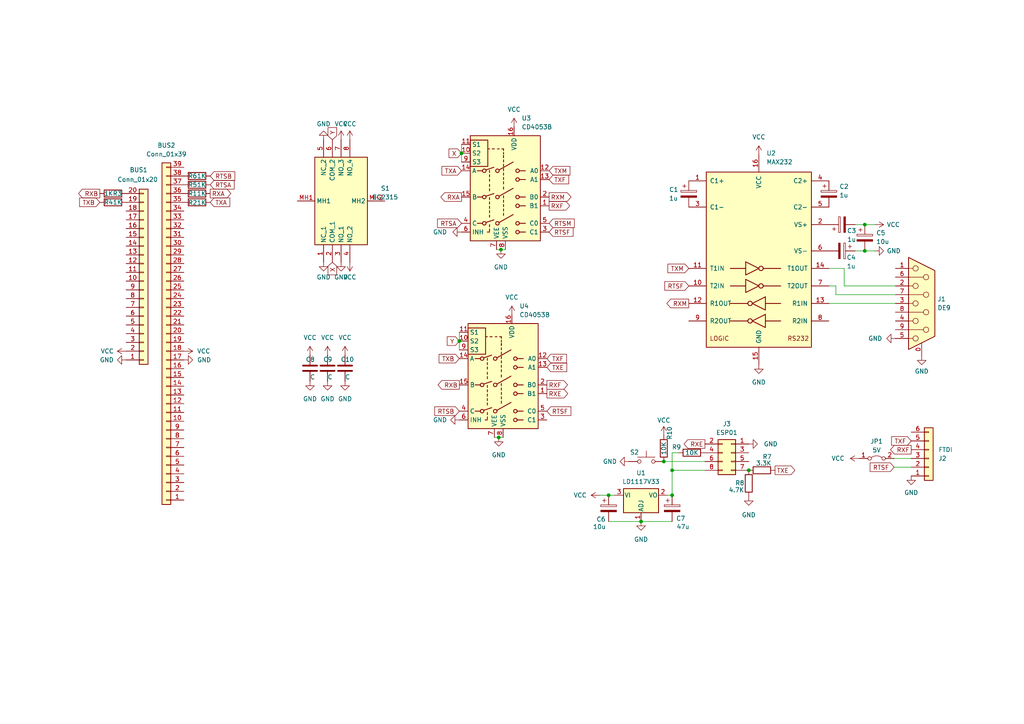
<source format=kicad_sch>
(kicad_sch (version 20230121) (generator eeschema)
  (paper "A4")
  (lib_symbols
    (symbol "Analog_Switch:CD4053B"
      (property "Reference" "U" (at -10.16 16.51 0))
      (property "Value" "CD4053B" (at 3.81 16.51 0))
      (symbol "CD4053B_1_1"
        (pin bidirectional line (at 12.7 -5.08 180) (length 2.54) (name "B1") (number "1"))
        (pin input line (at -12.7 10.16 0) (length 2.54) (name "S2") (number "10"))
        (pin input line (at -12.7 12.7 0) (length 2.54) (name "S1") (number "11"))
        (pin bidirectional line (at 12.7 5.08 180) (length 2.54) (name "A0") (number "12"))
        (pin bidirectional line (at 12.7 2.54 180) (length 2.54) (name "A1") (number "13"))
        (pin bidirectional line (at -12.7 5.08 0) (length 2.54) (name "A") (number "14"))
        (pin bidirectional line (at -12.7 -2.54 0) (length 2.54) (name "B") (number "15"))
        (pin power_in line (at 2.54 17.78 270) (length 2.54) (name "VDD") (number "16"))
        (pin bidirectional line (at 12.7 -2.54 180) (length 2.54) (name "B0") (number "2"))
        (pin bidirectional line (at 12.7 -12.7 180) (length 2.54) (name "C1") (number "3"))
        (pin bidirectional line (at -12.7 -10.16 0) (length 2.54) (name "C") (number "4"))
        (pin bidirectional line (at 12.7 -10.16 180) (length 2.54) (name "C0") (number "5"))
        (pin input line (at -12.7 -12.7 0) (length 2.54) (name "INH") (number "6"))
        (pin power_in line (at -2.54 -17.78 90) (length 2.54) (name "VEE") (number "7"))
        (pin power_in line (at 0 -17.78 90) (length 2.54) (name "VSS") (number "8"))
        (pin input line (at -12.7 7.62 0) (length 2.54) (name "S3") (number "9"))
      )
    )
    (symbol "Connector:DE9_Receptacle_MountingHoles" (pin_names (offset 1.016) hide)
      (property "Reference" "J" (at 0 16.51 0))
      (property "Value" "DE9_Receptacle_MountingHoles" (at 0 14.605 0))
      (symbol "DE9_Receptacle_MountingHoles_1_1"
        (pin passive line (at 0 -15.24 90) (length 3.81) (name "PAD") (number "0"))
        (pin passive line (at -7.62 10.16 0) (length 3.81) (name "1") (number "1"))
        (pin passive line (at -7.62 5.08 0) (length 3.81) (name "2") (number "2"))
        (pin passive line (at -7.62 0 0) (length 3.81) (name "3") (number "3"))
        (pin passive line (at -7.62 -5.08 0) (length 3.81) (name "4") (number "4"))
        (pin passive line (at -7.62 -10.16 0) (length 3.81) (name "5") (number "5"))
        (pin passive line (at -7.62 7.62 0) (length 3.81) (name "6") (number "6"))
        (pin passive line (at -7.62 2.54 0) (length 3.81) (name "7") (number "7"))
        (pin passive line (at -7.62 -2.54 0) (length 3.81) (name "8") (number "8"))
        (pin passive line (at -7.62 -7.62 0) (length 3.81) (name "9") (number "9"))
      )
    )
    (symbol "Connector_Generic:Conn_01x06" (pin_names (offset 1.016) hide)
      (property "Reference" "J" (at 0 7.62 0))
      (property "Value" "Conn_01x06" (at 0 -10.16 0))
      (symbol "Conn_01x06_1_1"
        (pin passive line (at -5.08 5.08 0) (length 3.81) (name "Pin_1") (number "1"))
        (pin passive line (at -5.08 2.54 0) (length 3.81) (name "Pin_2") (number "2"))
        (pin passive line (at -5.08 0 0) (length 3.81) (name "Pin_3") (number "3"))
        (pin passive line (at -5.08 -2.54 0) (length 3.81) (name "Pin_4") (number "4"))
        (pin passive line (at -5.08 -5.08 0) (length 3.81) (name "Pin_5") (number "5"))
        (pin passive line (at -5.08 -7.62 0) (length 3.81) (name "Pin_6") (number "6"))
      )
    )
    (symbol "Connector_Generic:Conn_01x20" (pin_names (offset 1.016) hide)
      (property "Reference" "J" (at 0 25.4 0))
      (property "Value" "Conn_01x20" (at 0 -27.94 0))
      (symbol "Conn_01x20_1_1"
        (pin passive line (at -5.08 22.86 0) (length 3.81) (name "Pin_1") (number "1"))
        (pin passive line (at -5.08 0 0) (length 3.81) (name "Pin_10") (number "10"))
        (pin passive line (at -5.08 -2.54 0) (length 3.81) (name "Pin_11") (number "11"))
        (pin passive line (at -5.08 -5.08 0) (length 3.81) (name "Pin_12") (number "12"))
        (pin passive line (at -5.08 -7.62 0) (length 3.81) (name "Pin_13") (number "13"))
        (pin passive line (at -5.08 -10.16 0) (length 3.81) (name "Pin_14") (number "14"))
        (pin passive line (at -5.08 -12.7 0) (length 3.81) (name "Pin_15") (number "15"))
        (pin passive line (at -5.08 -15.24 0) (length 3.81) (name "Pin_16") (number "16"))
        (pin passive line (at -5.08 -17.78 0) (length 3.81) (name "Pin_17") (number "17"))
        (pin passive line (at -5.08 -20.32 0) (length 3.81) (name "Pin_18") (number "18"))
        (pin passive line (at -5.08 -22.86 0) (length 3.81) (name "Pin_19") (number "19"))
        (pin passive line (at -5.08 20.32 0) (length 3.81) (name "Pin_2") (number "2"))
        (pin passive line (at -5.08 -25.4 0) (length 3.81) (name "Pin_20") (number "20"))
        (pin passive line (at -5.08 17.78 0) (length 3.81) (name "Pin_3") (number "3"))
        (pin passive line (at -5.08 15.24 0) (length 3.81) (name "Pin_4") (number "4"))
        (pin passive line (at -5.08 12.7 0) (length 3.81) (name "Pin_5") (number "5"))
        (pin passive line (at -5.08 10.16 0) (length 3.81) (name "Pin_6") (number "6"))
        (pin passive line (at -5.08 7.62 0) (length 3.81) (name "Pin_7") (number "7"))
        (pin passive line (at -5.08 5.08 0) (length 3.81) (name "Pin_8") (number "8"))
        (pin passive line (at -5.08 2.54 0) (length 3.81) (name "Pin_9") (number "9"))
      )
    )
    (symbol "Connector_Generic:Conn_01x39" (pin_names (offset 1.016) hide)
      (property "Reference" "J" (at 0 50.8 0))
      (property "Value" "Conn_01x39" (at 0 -50.8 0))
      (symbol "Conn_01x39_1_1"
        (pin passive line (at -5.08 48.26 0) (length 3.81) (name "Pin_1") (number "1"))
        (pin passive line (at -5.08 25.4 0) (length 3.81) (name "Pin_10") (number "10"))
        (pin passive line (at -5.08 22.86 0) (length 3.81) (name "Pin_11") (number "11"))
        (pin passive line (at -5.08 20.32 0) (length 3.81) (name "Pin_12") (number "12"))
        (pin passive line (at -5.08 17.78 0) (length 3.81) (name "Pin_13") (number "13"))
        (pin passive line (at -5.08 15.24 0) (length 3.81) (name "Pin_14") (number "14"))
        (pin passive line (at -5.08 12.7 0) (length 3.81) (name "Pin_15") (number "15"))
        (pin passive line (at -5.08 10.16 0) (length 3.81) (name "Pin_16") (number "16"))
        (pin passive line (at -5.08 7.62 0) (length 3.81) (name "Pin_17") (number "17"))
        (pin passive line (at -5.08 5.08 0) (length 3.81) (name "Pin_18") (number "18"))
        (pin passive line (at -5.08 2.54 0) (length 3.81) (name "Pin_19") (number "19"))
        (pin passive line (at -5.08 45.72 0) (length 3.81) (name "Pin_2") (number "2"))
        (pin passive line (at -5.08 0 0) (length 3.81) (name "Pin_20") (number "20"))
        (pin passive line (at -5.08 -2.54 0) (length 3.81) (name "Pin_21") (number "21"))
        (pin passive line (at -5.08 -5.08 0) (length 3.81) (name "Pin_22") (number "22"))
        (pin passive line (at -5.08 -7.62 0) (length 3.81) (name "Pin_23") (number "23"))
        (pin passive line (at -5.08 -10.16 0) (length 3.81) (name "Pin_24") (number "24"))
        (pin passive line (at -5.08 -12.7 0) (length 3.81) (name "Pin_25") (number "25"))
        (pin passive line (at -5.08 -15.24 0) (length 3.81) (name "Pin_26") (number "26"))
        (pin passive line (at -5.08 -17.78 0) (length 3.81) (name "Pin_27") (number "27"))
        (pin passive line (at -5.08 -20.32 0) (length 3.81) (name "Pin_28") (number "28"))
        (pin passive line (at -5.08 -22.86 0) (length 3.81) (name "Pin_29") (number "29"))
        (pin passive line (at -5.08 43.18 0) (length 3.81) (name "Pin_3") (number "3"))
        (pin passive line (at -5.08 -25.4 0) (length 3.81) (name "Pin_30") (number "30"))
        (pin passive line (at -5.08 -27.94 0) (length 3.81) (name "Pin_31") (number "31"))
        (pin passive line (at -5.08 -30.48 0) (length 3.81) (name "Pin_32") (number "32"))
        (pin passive line (at -5.08 -33.02 0) (length 3.81) (name "Pin_33") (number "33"))
        (pin passive line (at -5.08 -35.56 0) (length 3.81) (name "Pin_34") (number "34"))
        (pin passive line (at -5.08 -38.1 0) (length 3.81) (name "Pin_35") (number "35"))
        (pin passive line (at -5.08 -40.64 0) (length 3.81) (name "Pin_36") (number "36"))
        (pin passive line (at -5.08 -43.18 0) (length 3.81) (name "Pin_37") (number "37"))
        (pin passive line (at -5.08 -45.72 0) (length 3.81) (name "Pin_38") (number "38"))
        (pin passive line (at -5.08 -48.26 0) (length 3.81) (name "Pin_39") (number "39"))
        (pin passive line (at -5.08 40.64 0) (length 3.81) (name "Pin_4") (number "4"))
        (pin passive line (at -5.08 38.1 0) (length 3.81) (name "Pin_5") (number "5"))
        (pin passive line (at -5.08 35.56 0) (length 3.81) (name "Pin_6") (number "6"))
        (pin passive line (at -5.08 33.02 0) (length 3.81) (name "Pin_7") (number "7"))
        (pin passive line (at -5.08 30.48 0) (length 3.81) (name "Pin_8") (number "8"))
        (pin passive line (at -5.08 27.94 0) (length 3.81) (name "Pin_9") (number "9"))
      )
    )
    (symbol "Connector_Generic:Conn_02x04_Odd_Even" (pin_names (offset 1.016) hide)
      (property "Reference" "J" (at 1.27 5.08 0))
      (property "Value" "Conn_02x04_Odd_Even" (at 1.27 -7.62 0))
      (symbol "Conn_02x04_Odd_Even_1_1"
        (pin passive line (at -5.08 2.54 0) (length 3.81) (name "Pin_1") (number "1"))
        (pin passive line (at 7.62 2.54 180) (length 3.81) (name "Pin_2") (number "2"))
        (pin passive line (at -5.08 0 0) (length 3.81) (name "Pin_3") (number "3"))
        (pin passive line (at 7.62 0 180) (length 3.81) (name "Pin_4") (number "4"))
        (pin passive line (at -5.08 -2.54 0) (length 3.81) (name "Pin_5") (number "5"))
        (pin passive line (at 7.62 -2.54 180) (length 3.81) (name "Pin_6") (number "6"))
        (pin passive line (at -5.08 -5.08 0) (length 3.81) (name "Pin_7") (number "7"))
        (pin passive line (at 7.62 -5.08 180) (length 3.81) (name "Pin_8") (number "8"))
      )
    )
    (symbol "Device:C" (pin_numbers hide) (pin_names (offset 0.254))
      (property "Reference" "C" (at 0.635 2.54 0))
      (property "Value" "C" (at 0.635 -2.54 0))
      (symbol "C_1_1"
        (pin passive line (at 0 3.81 270) (length 2.794) (name "~") (number "1"))
        (pin passive line (at 0 -3.81 90) (length 2.794) (name "~") (number "2"))
      )
    )
    (symbol "Device:C_Polarized" (pin_numbers hide) (pin_names (offset 0.254))
      (property "Reference" "C" (at 0.635 2.54 0))
      (property "Value" "C_Polarized" (at 0.635 -2.54 0))
      (symbol "C_Polarized_1_1"
        (pin passive line (at 0 3.81 270) (length 2.794) (name "~") (number "1"))
        (pin passive line (at 0 -3.81 90) (length 2.794) (name "~") (number "2"))
      )
    )
    (symbol "Device:R" (pin_numbers hide) (pin_names (offset 0))
      (property "Reference" "R" (at 2.032 0 90))
      (property "Value" "R" (at 0 0 90))
      (symbol "R_1_1"
        (pin passive line (at 0 3.81 270) (length 1.27) (name "~") (number "1"))
        (pin passive line (at 0 -3.81 90) (length 1.27) (name "~") (number "2"))
      )
    )
    (symbol "EG2315:EG2315"
      (property "Reference" "S" (at 21.59 17.78 0))
      (property "Value" "EG2315" (at 21.59 15.24 0))
      (symbol "EG2315_1_1"
        (pin passive line (at 7.62 -17.78 90) (length 5.08) (name "NC_1") (number "1"))
        (pin passive line (at 10.16 -17.78 90) (length 5.08) (name "COM_1") (number "2"))
        (pin passive line (at 12.7 -17.78 90) (length 5.08) (name "NO_1") (number "3"))
        (pin passive line (at 15.24 -17.78 90) (length 5.08) (name "NO_2") (number "4"))
        (pin passive line (at 7.62 17.78 270) (length 5.08) (name "NC_2") (number "5"))
        (pin passive line (at 10.16 17.78 270) (length 5.08) (name "COM_2") (number "6"))
        (pin passive line (at 12.7 17.78 270) (length 5.08) (name "NO_3") (number "7"))
        (pin passive line (at 15.24 17.78 270) (length 5.08) (name "NO_4") (number "8"))
        (pin passive line (at 0 0 0) (length 5.08) (name "MH1") (number "MH1"))
        (pin passive line (at 25.4 0 180) (length 5.08) (name "MH2") (number "MH2"))
      )
    )
    (symbol "GND_1" (power) (pin_names (offset 0))
      (property "Value" "GND_1" (at 0 -3.81 0))
      (symbol "GND_1_1_1"
        (pin power_in line (at 0 0 270) (length 0) hide (name "GND") (number "1"))
      )
    )
    (symbol "GND_10" (power) (pin_names (offset 0))
      (property "Value" "GND_10" (at 0 -3.81 0))
      (symbol "GND_10_1_1"
        (pin power_in line (at 0 0 270) (length 0) hide (name "GND") (number "1"))
      )
    )
    (symbol "GND_14" (power) (pin_names (offset 0))
      (property "Value" "GND_14" (at 0 -3.81 0))
      (symbol "GND_14_1_1"
        (pin power_in line (at 0 0 270) (length 0) hide (name "GND") (number "1"))
      )
    )
    (symbol "GND_15" (power) (pin_names (offset 0))
      (property "Value" "GND_15" (at 0 -3.81 0))
      (symbol "GND_15_1_1"
        (pin power_in line (at 0 0 270) (length 0) hide (name "GND") (number "1"))
      )
    )
    (symbol "GND_16" (power) (pin_names (offset 0))
      (property "Value" "GND_16" (at 0 -3.81 0))
      (symbol "GND_16_1_1"
        (pin power_in line (at 0 0 270) (length 0) hide (name "GND") (number "1"))
      )
    )
    (symbol "GND_2" (power) (pin_names (offset 0))
      (property "Value" "GND_2" (at 0 -3.81 0))
      (symbol "GND_2_1_1"
        (pin power_in line (at 0 0 270) (length 0) hide (name "GND") (number "1"))
      )
    )
    (symbol "GND_3" (power) (pin_names (offset 0))
      (property "Value" "GND_3" (at 0 -3.81 0))
      (symbol "GND_3_1_1"
        (pin power_in line (at 0 0 270) (length 0) hide (name "GND") (number "1"))
      )
    )
    (symbol "GND_4" (power) (pin_names (offset 0))
      (property "Value" "GND_4" (at 0 -3.81 0))
      (symbol "GND_4_1_1"
        (pin power_in line (at 0 0 270) (length 0) hide (name "GND") (number "1"))
      )
    )
    (symbol "GND_5" (power) (pin_names (offset 0))
      (property "Value" "GND_5" (at 0 -3.81 0))
      (symbol "GND_5_1_1"
        (pin power_in line (at 0 0 270) (length 0) hide (name "GND") (number "1"))
      )
    )
    (symbol "GND_6" (power) (pin_names (offset 0))
      (property "Value" "GND_6" (at 0 -3.81 0))
      (symbol "GND_6_1_1"
        (pin power_in line (at 0 0 270) (length 0) hide (name "GND") (number "1"))
      )
    )
    (symbol "GND_7" (power) (pin_names (offset 0))
      (property "Value" "GND_7" (at 0 -3.81 0))
      (symbol "GND_7_1_1"
        (pin power_in line (at 0 0 270) (length 0) hide (name "GND") (number "1"))
      )
    )
    (symbol "GND_8" (power) (pin_names (offset 0))
      (property "Value" "GND_8" (at 0 -3.81 0))
      (symbol "GND_8_1_1"
        (pin power_in line (at 0 0 270) (length 0) hide (name "GND") (number "1"))
      )
    )
    (symbol "GND_9" (power) (pin_names (offset 0))
      (property "Value" "GND_9" (at 0 -3.81 0))
      (symbol "GND_9_1_1"
        (pin power_in line (at 0 0 270) (length 0) hide (name "GND") (number "1"))
      )
    )
    (symbol "Interface_UART:MAX232" (pin_names (offset 1.016))
      (property "Reference" "U" (at -2.54 28.575 0))
      (property "Value" "MAX232" (at -2.54 26.67 0))
      (symbol "MAX232_0_0"
        (text "LOGIC" (at -11.43 -22.86 0) (effects (font (size 1.27 1.27))))
        (text "RS232" (at 11.43 -22.86 0) (effects (font (size 1.27 1.27))))
      )
      (symbol "MAX232_1_1"
        (pin passive line (at -20.32 22.86 0) (length 5.08) (name "C1+") (number "1"))
        (pin input line (at -20.32 -7.62 0) (length 5.08) (name "T2IN") (number "10"))
        (pin input line (at -20.32 -2.54 0) (length 5.08) (name "T1IN") (number "11"))
        (pin output line (at -20.32 -12.7 0) (length 5.08) (name "R1OUT") (number "12"))
        (pin input line (at 20.32 -12.7 180) (length 5.08) (name "R1IN") (number "13"))
        (pin output line (at 20.32 -2.54 180) (length 5.08) (name "T1OUT") (number "14"))
        (pin power_in line (at 0 -30.48 90) (length 5.08) (name "GND") (number "15"))
        (pin power_in line (at 0 30.48 270) (length 5.08) (name "VCC") (number "16"))
        (pin power_out line (at 20.32 10.16 180) (length 5.08) (name "VS+") (number "2"))
        (pin passive line (at -20.32 15.24 0) (length 5.08) (name "C1-") (number "3"))
        (pin passive line (at 20.32 22.86 180) (length 5.08) (name "C2+") (number "4"))
        (pin passive line (at 20.32 15.24 180) (length 5.08) (name "C2-") (number "5"))
        (pin power_out line (at 20.32 2.54 180) (length 5.08) (name "VS-") (number "6"))
        (pin output line (at 20.32 -7.62 180) (length 5.08) (name "T2OUT") (number "7"))
        (pin input line (at 20.32 -17.78 180) (length 5.08) (name "R2IN") (number "8"))
        (pin output line (at -20.32 -17.78 0) (length 5.08) (name "R2OUT") (number "9"))
      )
    )
    (symbol "Jumper:Jumper_2_Bridged" (pin_names (offset 0) hide)
      (property "Reference" "JP" (at 0 1.905 0))
      (property "Value" "Jumper_2_Bridged" (at 0 -2.54 0))
      (symbol "Jumper_2_Bridged_1_1"
        (pin passive line (at -5.08 0 0) (length 2.54) (name "A") (number "1"))
        (pin passive line (at 5.08 0 180) (length 2.54) (name "B") (number "2"))
      )
    )
    (symbol "Regulator_Linear:LM350_TO220" (pin_names (offset 0.254))
      (property "Reference" "U" (at -3.81 3.175 0))
      (property "Value" "LM350_TO220" (at 0 3.175 0))
      (symbol "LM350_TO220_1_1"
        (pin input line (at 0 -7.62 90) (length 2.54) (name "ADJ") (number "1"))
        (pin power_out line (at 7.62 0 180) (length 2.54) (name "VO") (number "2"))
        (pin power_in line (at -7.62 0 0) (length 2.54) (name "VI") (number "3"))
      )
    )
    (symbol "Switch:SW_Push" (pin_numbers hide) (pin_names (offset 1.016) hide)
      (property "Reference" "SW" (at 1.27 2.54 0))
      (property "Value" "SW_Push" (at 0 -1.524 0))
      (symbol "SW_Push_0_1"
        (pin passive line (at -5.08 0 0) (length 2.54) (name "1") (number "1"))
        (pin passive line (at 5.08 0 180) (length 2.54) (name "2") (number "2"))
      )
    )
    (symbol "VCC_1" (power) (pin_names (offset 0))
      (property "Value" "VCC_1" (at 0 3.81 0))
      (symbol "VCC_1_1_1"
        (pin power_in line (at 0 0 90) (length 0) hide (name "VCC") (number "1"))
      )
    )
    (symbol "VCC_10" (power) (pin_names (offset 0))
      (property "Value" "VCC_10" (at 0 3.81 0))
      (symbol "VCC_10_1_1"
        (pin power_in line (at 0 0 90) (length 0) hide (name "VCC") (number "1"))
      )
    )
    (symbol "VCC_11" (power) (pin_names (offset 0))
      (property "Value" "VCC_11" (at 0 3.81 0))
      (symbol "VCC_11_1_1"
        (pin power_in line (at 0 0 90) (length 0) hide (name "VCC") (number "1"))
      )
    )
    (symbol "VCC_12" (power) (pin_names (offset 0))
      (property "Value" "VCC_12" (at 0 3.81 0))
      (symbol "VCC_12_1_1"
        (pin power_in line (at 0 0 90) (length 0) hide (name "VCC") (number "1"))
      )
    )
    (symbol "VCC_2" (power) (pin_names (offset 0))
      (property "Value" "VCC_2" (at 0 3.81 0))
      (symbol "VCC_2_1_1"
        (pin power_in line (at 0 0 90) (length 0) hide (name "VCC") (number "1"))
      )
    )
    (symbol "VCC_3" (power) (pin_names (offset 0))
      (property "Value" "VCC_3" (at 0 3.81 0))
      (symbol "VCC_3_1_1"
        (pin power_in line (at 0 0 90) (length 0) hide (name "VCC") (number "1"))
      )
    )
    (symbol "VCC_4" (power) (pin_names (offset 0))
      (property "Value" "VCC_4" (at 0 3.81 0))
      (symbol "VCC_4_1_1"
        (pin power_in line (at 0 0 90) (length 0) hide (name "VCC") (number "1"))
      )
    )
    (symbol "VCC_5" (power) (pin_names (offset 0))
      (property "Value" "VCC_5" (at 0 3.81 0))
      (symbol "VCC_5_1_1"
        (pin power_in line (at 0 0 90) (length 0) hide (name "VCC") (number "1"))
      )
    )
    (symbol "VCC_9" (power) (pin_names (offset 0))
      (property "Value" "VCC_9" (at 0 3.81 0))
      (symbol "VCC_9_1_1"
        (pin power_in line (at 0 0 90) (length 0) hide (name "VCC") (number "1"))
      )
    )
    (symbol "power:GND" (power) (pin_names (offset 0))
      (property "Value" "GND" (at 0 -3.81 0))
      (symbol "GND_1_1"
        (pin power_in line (at 0 0 270) (length 0) hide (name "GND") (number "1"))
      )
    )
    (symbol "power:VCC" (power) (pin_names (offset 0))
      (property "Value" "VCC" (at 0 3.81 0))
      (symbol "VCC_1_1"
        (pin power_in line (at 0 0 90) (length 0) hide (name "VCC") (number "1"))
      )
    )
  )
  (junction (at 194.945 136.398))
  (junction (at 144.653 126.873))
  (junction (at 194.945 143.637))
  (junction (at 217.17 136.398))
  (junction (at 176.53 143.637))
  (junction (at 192.532 133.858))
  (junction (at 145.288 72.39))
  (junction (at 250.825 65.151))
  (junction (at 133.858 44.45))
  (junction (at 185.928 151.257))
  (junction (at 250.825 72.771))
  (junction (at 133.223 98.933))
  (wire (pts (xy 196.85 131.318) (xy 194.945 131.318)))
  (wire (pts (xy 244.856 82.931) (xy 259.715 82.931)))
  (wire (pts (xy 240.411 88.011) (xy 259.715 88.011)))
  (wire (pts (xy 194.945 136.398) (xy 204.47 136.398)))
  (wire (pts (xy 244.856 77.851) (xy 244.856 82.931)))
  (wire (pts (xy 259.715 85.471) (xy 242.443 85.471)))
  (wire (pts (xy 194.945 136.398) (xy 194.945 143.637)))
  (wire (pts (xy 242.443 85.471) (xy 242.443 82.931)))
  (wire (pts (xy 173.99 143.637) (xy 176.53 143.637)))
  (wire (pts (xy 176.53 143.637) (xy 178.308 143.637)))
  (wire (pts (xy 145.288 72.39) (xy 146.558 72.39)))
  (wire (pts (xy 176.53 151.257) (xy 185.928 151.257)))
  (wire (pts (xy 133.223 98.933) (xy 133.223 101.473)))
  (wire (pts (xy 144.653 126.873) (xy 145.923 126.873)))
  (wire (pts (xy 192.532 133.858) (xy 204.47 133.858)))
  (wire (pts (xy 194.945 131.318) (xy 194.945 136.398)))
  (wire (pts (xy 145.288 72.39) (xy 144.018 72.39)))
  (wire (pts (xy 259.334 132.969) (xy 264.287 132.969)))
  (wire (pts (xy 133.858 44.45) (xy 133.858 46.99)))
  (wire (pts (xy 240.411 77.851) (xy 244.856 77.851)))
  (wire (pts (xy 194.945 143.637) (xy 193.548 143.637)))
  (wire (pts (xy 133.858 41.91) (xy 133.858 44.45)))
  (wire (pts (xy 259.334 135.509) (xy 264.287 135.509)))
  (wire (pts (xy 133.223 96.393) (xy 133.223 98.933)))
  (wire (pts (xy 143.383 126.873) (xy 144.653 126.873)))
  (wire (pts (xy 248.031 72.771) (xy 250.825 72.771)))
  (wire (pts (xy 248.031 65.151) (xy 250.825 65.151)))
  (wire (pts (xy 250.825 72.771) (xy 253.746 72.771)))
  (wire (pts (xy 185.928 151.257) (xy 194.945 151.257)))
  (wire (pts (xy 242.443 82.931) (xy 240.411 82.931)))
  (wire (pts (xy 250.825 65.151) (xy 253.746 65.151)))
  (global_label "TXE" (shape output) (at 224.79 136.398 0) (property "Intersheetrefs" "${INTERSHEET_REFS}" (effects hide)))
  (global_label "TXB" (shape input) (at 133.223 104.013 180) (property "Intersheetrefs" "${INTERSHEET_REFS}" (effects hide)))
  (global_label "TXB" (shape input) (at 28.956 58.674 180) (property "Intersheetrefs" "${INTERSHEET_REFS}" (effects hide)))
  (global_label "X" (shape input) (at 133.858 44.45 180) (property "Intersheetrefs" "${INTERSHEET_REFS}" (effects hide)))
  (global_label "Y" (shape input) (at 96.393 40.513 90) (property "Intersheetrefs" "${INTERSHEET_REFS}" (effects hide)))
  (global_label "RTSF" (shape input) (at 199.771 82.931 180) (property "Intersheetrefs" "${INTERSHEET_REFS}" (effects hide)))
  (global_label "RXA" (shape output) (at 133.858 57.15 180) (property "Intersheetrefs" "${INTERSHEET_REFS}" (effects hide)))
  (global_label "TXA" (shape input) (at 60.96 58.674 0) (property "Intersheetrefs" "${INTERSHEET_REFS}" (effects hide)))
  (global_label "TXA" (shape input) (at 133.858 49.53 180) (property "Intersheetrefs" "${INTERSHEET_REFS}" (effects hide)))
  (global_label "RTSB" (shape input) (at 60.96 51.054 0) (property "Intersheetrefs" "${INTERSHEET_REFS}" (effects hide)))
  (global_label "TXF" (shape input) (at 264.287 127.889 180) (property "Intersheetrefs" "${INTERSHEET_REFS}" (effects hide)))
  (global_label "RXF" (shape output) (at 158.623 111.633 0) (property "Intersheetrefs" "${INTERSHEET_REFS}" (effects hide)))
  (global_label "RTSA" (shape input) (at 60.96 53.594 0) (property "Intersheetrefs" "${INTERSHEET_REFS}" (effects hide)))
  (global_label "RXF" (shape output) (at 159.258 59.69 0) (property "Intersheetrefs" "${INTERSHEET_REFS}" (effects hide)))
  (global_label "TXF" (shape input) (at 158.623 104.013 0) (property "Intersheetrefs" "${INTERSHEET_REFS}" (effects hide)))
  (global_label "RTSB" (shape input) (at 133.223 119.253 180) (property "Intersheetrefs" "${INTERSHEET_REFS}" (effects hide)))
  (global_label "RTSM" (shape input) (at 159.258 64.77 0) (property "Intersheetrefs" "${INTERSHEET_REFS}" (effects hide)))
  (global_label "RTSF" (shape input) (at 158.623 119.253 0) (property "Intersheetrefs" "${INTERSHEET_REFS}" (effects hide)))
  (global_label "RXM" (shape output) (at 159.258 57.15 0) (property "Intersheetrefs" "${INTERSHEET_REFS}" (effects hide)))
  (global_label "RXB" (shape output) (at 133.223 111.633 180) (property "Intersheetrefs" "${INTERSHEET_REFS}" (effects hide)))
  (global_label "RXF" (shape output) (at 264.287 130.429 180) (property "Intersheetrefs" "${INTERSHEET_REFS}" (effects hide)))
  (global_label "TXF" (shape input) (at 159.258 52.07 0) (property "Intersheetrefs" "${INTERSHEET_REFS}" (effects hide)))
  (global_label "X" (shape input) (at 96.393 76.073 270) (property "Intersheetrefs" "${INTERSHEET_REFS}" (effects hide)))
  (global_label "Y" (shape input) (at 133.223 98.933 180) (property "Intersheetrefs" "${INTERSHEET_REFS}" (effects hide)))
  (global_label "RXE" (shape output) (at 158.623 114.173 0) (property "Intersheetrefs" "${INTERSHEET_REFS}" (effects hide)))
  (global_label "RTSF" (shape input) (at 159.258 67.31 0) (property "Intersheetrefs" "${INTERSHEET_REFS}" (effects hide)))
  (global_label "RXB" (shape output) (at 28.956 56.134 180) (property "Intersheetrefs" "${INTERSHEET_REFS}" (effects hide)))
  (global_label "RXE" (shape output) (at 204.47 128.778 180) (property "Intersheetrefs" "${INTERSHEET_REFS}" (effects hide)))
  (global_label "RXA" (shape output) (at 60.96 56.134 0) (property "Intersheetrefs" "${INTERSHEET_REFS}" (effects hide)))
  (global_label "RTSA" (shape input) (at 133.858 64.77 180) (property "Intersheetrefs" "${INTERSHEET_REFS}" (effects hide)))
  (global_label "TXE" (shape input) (at 158.623 106.553 0) (property "Intersheetrefs" "${INTERSHEET_REFS}" (effects hide)))
  (global_label "RXM" (shape output) (at 199.771 88.011 180) (property "Intersheetrefs" "${INTERSHEET_REFS}" (effects hide)))
  (global_label "TXM" (shape input) (at 199.771 77.851 180) (property "Intersheetrefs" "${INTERSHEET_REFS}" (effects hide)))
  (global_label "RTSF" (shape input) (at 259.334 135.509 180) (property "Intersheetrefs" "${INTERSHEET_REFS}" (effects hide)))
  (global_label "TXM" (shape input) (at 159.258 49.53 0) (property "Intersheetrefs" "${INTERSHEET_REFS}" (effects hide)))
  (symbol (lib_id "Device:R") (at 192.532 130.048 0) (unit 1)
    (property "Reference" "R10" (at 194.183 125.603 90))
    (property "Value" "10K" (at 192.532 130.048 90))
    (property "Footprint" "Resistor_THT:R_Axial_DIN0207_L6.3mm_D2.5mm_P10.16mm_Horizontal" (effects hide))
  )
  (symbol (lib_id "Device:R") (at 57.15 56.134 90) (unit 1)
    (property "Reference" "R1" (at 55.88 56.134 90))
    (property "Value" "1K" (at 58.42 56.134 90))
    (property "Footprint" "Resistor_THT:R_Axial_DIN0207_L6.3mm_D2.5mm_P10.16mm_Horizontal" (effects hide))
  )
  (symbol (lib_name "VCC_5") (lib_id "power:VCC") (at 148.463 91.313 0) (unit 1)
    (property "Reference" "#PWR019" (effects hide))
    (property "Value" "VCC" (at 148.463 86.233 0))
  )
  (symbol (lib_id "Connector_Generic:Conn_02x04_Odd_Even") (at 212.09 131.318 0) (mirror y) (unit 1)
    (property "Reference" "J3" (at 210.82 122.936 0))
    (property "Value" "ESP01" (at 210.82 125.476 0))
    (property "Footprint" "Connector_PinSocket_2.54mm:PinSocket_2x04_P2.54mm_Vertical" (effects hide))
  )
  (symbol (lib_id "Jumper:Jumper_2_Bridged") (at 254.254 132.969 0) (unit 1)
    (property "Reference" "JP1" (at 254.254 128.016 0))
    (property "Value" "5V" (at 254.254 130.556 0))
    (property "Footprint" "Connector_PinHeader_2.54mm:PinHeader_1x02_P2.54mm_Vertical" (effects hide))
  )
  (symbol (lib_name "VCC_2") (lib_id "power:VCC") (at 249.174 132.969 90) (unit 1)
    (property "Reference" "#PWR06" (effects hide))
    (property "Value" "VCC" (at 244.983 132.969 90) (effects (justify left)))
  )
  (symbol (lib_name "GND_7") (lib_id "power:GND") (at 259.715 98.171 270) (unit 1)
    (property "Reference" "#PWR013" (effects hide))
    (property "Value" "GND" (at 255.905 98.171 90) (effects (justify right)))
  )
  (symbol (lib_id "Device:C") (at 89.916 106.807 0) (unit 1)
    (property "Reference" "C8" (at 88.646 104.267 0) (effects (justify left)))
    (property "Value" "C" (at 89.916 109.347 0) (effects (justify left)))
    (property "Footprint" "Capacitor_THT:C_Disc_D5.0mm_W2.5mm_P2.50mm" (effects hide))
  )
  (symbol (lib_name "GND_3") (lib_id "power:GND") (at 267.335 103.251 0) (unit 1)
    (property "Reference" "#PWR07" (effects hide))
    (property "Value" "GND" (at 267.335 107.696 0))
  )
  (symbol (lib_id "Connector_Generic:Conn_01x20") (at 41.656 81.534 0) (mirror x) (unit 1)
    (property "Reference" "BUS1" (at 37.592 49.276 0) (effects (justify left)))
    (property "Value" "Conn_01x20" (at 34.036 52.07 0) (effects (justify left)))
    (property "Footprint" "Connector_PinHeader_2.54mm:PinHeader_1x20_P2.54mm_Vertical" (effects hide))
  )
  (symbol (lib_id "power:VCC") (at 94.996 102.997 0) (unit 1)
    (property "Reference" "#PWR032" (effects hide))
    (property "Value" "VCC" (at 94.996 97.917 0))
  )
  (symbol (lib_name "GND_14") (lib_id "power:GND") (at 93.853 76.073 0) (unit 1)
    (property "Reference" "#PWR037" (effects hide))
    (property "Value" "GND" (at 93.853 80.391 0))
  )
  (symbol (lib_name "GND_9") (lib_id "power:GND") (at 217.17 144.018 0) (unit 1)
    (property "Reference" "#PWR015" (effects hide))
    (property "Value" "GND" (at 217.17 149.352 0))
  )
  (symbol (lib_name "GND_5") (lib_id "power:GND") (at 185.928 151.257 0) (unit 1)
    (property "Reference" "#PWR09" (effects hide))
    (property "Value" "GND" (at 185.928 156.464 0))
  )
  (symbol (lib_id "Device:R") (at 217.17 140.208 0) (unit 1)
    (property "Reference" "R8" (at 213.233 140.081 0) (effects (justify left)))
    (property "Value" "4.7K" (at 211.328 142.113 0) (effects (justify left)))
    (property "Footprint" "Resistor_THT:R_Axial_DIN0207_L6.3mm_D2.5mm_P10.16mm_Horizontal" (effects hide))
  )
  (symbol (lib_id "Device:C_Polarized") (at 250.825 68.961 0) (unit 1)
    (property "Reference" "C5" (at 254.127 67.564 0) (effects (justify left)))
    (property "Value" "10u" (at 254.127 70.104 0) (effects (justify left)))
    (property "Footprint" "Capacitor_THT:CP_Radial_D5.0mm_P2.50mm" (effects hide))
  )
  (symbol (lib_name "VCC_11") (lib_id "power:VCC") (at 98.933 40.513 0) (unit 1)
    (property "Reference" "#PWR041" (effects hide))
    (property "Value" "VCC" (at 98.933 35.941 0))
  )
  (symbol (lib_id "Device:C_Polarized") (at 194.945 147.447 0) (unit 1)
    (property "Reference" "C7" (at 196.088 150.368 0) (effects (justify left)))
    (property "Value" "47u" (at 196.215 152.781 0) (effects (justify left)))
    (property "Footprint" "Capacitor_THT:CP_Radial_D5.0mm_P2.50mm" (effects hide))
  )
  (symbol (lib_id "EG2315:EG2315") (at 86.233 58.293 0) (unit 1)
    (property "Reference" "S1" (at 111.76 54.6451 0))
    (property "Value" "EG2315" (at 111.76 57.1851 0))
    (property "Footprint" "EG2315:EG2315" (effects hide))
    (property "Datasheet" "https://configured-product-images.s3.amazonaws.com/2D/specs/EG2315.pdf" (effects hide))
    (property "Height" "4.7" (effects hide))
    (property "Mouser Part Number" "612-EG2315" (effects hide))
    (property "Mouser Price/Stock" "https://www.mouser.co.uk/ProductDetail/E-Switch/EG2315?qs=6C6BR4UgC3OZWOW4uUYcjQ%3D%3D" (effects hide))
    (property "Manufacturer_Name" "E-Switch" (effects hide))
    (property "Manufacturer_Part_Number" "EG2315" (effects hide))
  )
  (symbol (lib_name "GND_10") (lib_id "power:GND") (at 144.653 126.873 0) (unit 1)
    (property "Reference" "#PWR021" (effects hide))
    (property "Value" "GND" (at 144.653 131.953 0))
  )
  (symbol (lib_id "Device:R") (at 57.15 58.674 90) (unit 1)
    (property "Reference" "R2" (at 55.88 58.801 90))
    (property "Value" "1K" (at 58.42 58.801 90))
    (property "Footprint" "Resistor_THT:R_Axial_DIN0207_L6.3mm_D2.5mm_P10.16mm_Horizontal" (effects hide))
  )
  (symbol (lib_name "VCC_12") (lib_id "power:VCC") (at 101.473 40.513 0) (unit 1)
    (property "Reference" "#PWR042" (effects hide))
    (property "Value" "VCC" (at 101.473 35.941 0))
  )
  (symbol (lib_id "Device:C_Polarized") (at 199.771 56.261 0) (unit 1)
    (property "Reference" "C1" (at 194.056 54.991 0) (effects (justify left)))
    (property "Value" "1u" (at 194.056 57.531 0) (effects (justify left)))
    (property "Footprint" "Capacitor_THT:CP_Radial_D4.0mm_P2.00mm" (effects hide))
  )
  (symbol (lib_name "VCC_10") (lib_id "power:VCC") (at 101.473 76.073 180) (unit 1)
    (property "Reference" "#PWR039" (effects hide))
    (property "Value" "VCC" (at 101.473 80.391 0))
  )
  (symbol (lib_name "VCC_9") (lib_id "power:VCC") (at 192.532 126.238 0) (unit 1)
    (property "Reference" "#PWR036" (effects hide))
    (property "Value" "VCC" (at 192.532 121.92 0))
  )
  (symbol (lib_id "Device:C_Polarized") (at 176.53 147.447 0) (unit 1)
    (property "Reference" "C6" (at 172.974 150.622 0) (effects (justify left)))
    (property "Value" "10u" (at 171.958 152.781 0) (effects (justify left)))
    (property "Footprint" "Capacitor_THT:CP_Radial_D5.0mm_P2.50mm" (effects hide))
  )
  (symbol (lib_id "Device:R") (at 220.98 136.398 90) (unit 1)
    (property "Reference" "R7" (at 222.504 132.461 90))
    (property "Value" "3.3K" (at 221.488 134.366 90))
    (property "Footprint" "Resistor_THT:R_Axial_DIN0207_L6.3mm_D2.5mm_P10.16mm_Horizontal" (effects hide))
  )
  (symbol (lib_name "GND_10") (lib_id "power:GND") (at 133.223 121.793 270) (unit 1)
    (property "Reference" "#PWR029" (effects hide))
    (property "Value" "GND" (at 129.667 121.793 90) (effects (justify right)))
  )
  (symbol (lib_id "Switch:SW_Push") (at 187.452 133.858 0) (unit 1)
    (property "Reference" "S2" (at 184.023 131.191 0))
    (property "Value" "SW_Push" (effects hide))
    (property "Footprint" "Button_Switch_THT:SW_Tactile_SPST_Angled_PTS645Vx39-2LFS" (effects hide))
  )
  (symbol (lib_name "GND_15") (lib_id "power:GND") (at 98.933 76.073 0) (unit 1)
    (property "Reference" "#PWR038" (effects hide))
    (property "Value" "GND" (at 98.933 80.391 0))
  )
  (symbol (lib_name "GND_10") (lib_id "power:GND") (at 220.091 105.791 0) (unit 1)
    (property "Reference" "#PWR017" (effects hide))
    (property "Value" "GND" (at 220.091 110.871 0))
  )
  (symbol (lib_id "Device:C_Polarized") (at 244.221 72.771 270) (unit 1)
    (property "Reference" "C4" (at 246.888 74.676 90))
    (property "Value" "1u" (at 246.888 77.216 90))
    (property "Footprint" "Capacitor_THT:CP_Radial_D4.0mm_P2.00mm" (effects hide))
  )
  (symbol (lib_id "power:VCC") (at 89.916 102.997 0) (unit 1)
    (property "Reference" "#PWR030" (effects hide))
    (property "Value" "VCC" (at 89.916 97.917 0))
  )
  (symbol (lib_id "power:GND") (at 100.076 110.617 0) (unit 1)
    (property "Reference" "#PWR035" (effects hide))
    (property "Value" "GND" (at 100.076 115.697 0))
  )
  (symbol (lib_name "GND_2") (lib_id "power:GND") (at 264.287 138.049 0) (unit 1)
    (property "Reference" "#PWR05" (effects hide))
    (property "Value" "GND" (at 264.287 142.875 0))
  )
  (symbol (lib_id "Device:R") (at 32.766 56.134 270) (unit 1)
    (property "Reference" "R3" (at 34.036 56.134 90))
    (property "Value" "1K" (at 31.496 56.134 90))
    (property "Footprint" "Resistor_THT:R_Axial_DIN0207_L6.3mm_D2.5mm_P10.16mm_Horizontal" (effects hide))
  )
  (symbol (lib_id "Device:C_Polarized") (at 244.221 65.151 90) (unit 1)
    (property "Reference" "C3" (at 247.015 66.929 90))
    (property "Value" "1u" (at 247.015 69.469 90))
    (property "Footprint" "Capacitor_THT:CP_Radial_D4.0mm_P2.00mm" (effects hide))
  )
  (symbol (lib_name "GND_4") (lib_id "power:GND") (at 217.17 128.778 90) (unit 1)
    (property "Reference" "#PWR08" (effects hide))
    (property "Value" "GND" (at 221.488 128.778 90) (effects (justify right)))
  )
  (symbol (lib_name "GND_16") (lib_id "power:GND") (at 93.853 40.513 180) (unit 1)
    (property "Reference" "#PWR040" (effects hide))
    (property "Value" "GND" (at 93.853 35.941 0))
  )
  (symbol (lib_id "Device:C") (at 100.076 106.807 0) (unit 1)
    (property "Reference" "C10" (at 98.806 104.267 0) (effects (justify left)))
    (property "Value" "C" (at 100.076 109.347 0) (effects (justify left)))
    (property "Footprint" "Capacitor_THT:C_Disc_D5.0mm_W2.5mm_P2.50mm" (effects hide))
  )
  (symbol (lib_id "Analog_Switch:CD4053B") (at 146.558 54.61 0) (unit 1)
    (property "Reference" "U3" (at 151.2921 34.29 0) (effects (justify left)))
    (property "Value" "CD4053B" (at 151.2921 36.83 0) (effects (justify left)))
    (property "Footprint" "Package_DIP:DIP-16_W7.62mm_Socket" (effects hide))
    (property "Datasheet" "http://www.ti.com/lit/ds/symlink/cd4052b.pdf" (effects hide))
  )
  (symbol (lib_name "GND_1") (lib_id "power:GND") (at 36.576 104.394 270) (unit 1)
    (property "Reference" "#PWR02" (effects hide))
    (property "Value" "GND" (at 33.02 104.394 90) (effects (justify right)))
  )
  (symbol (lib_name "GND_6") (lib_id "power:GND") (at 253.746 72.771 90) (unit 1)
    (property "Reference" "#PWR011" (effects hide))
    (property "Value" "GND" (at 257.175 72.771 90) (effects (justify right)))
  )
  (symbol (lib_id "Connector:DE9_Receptacle_MountingHoles") (at 267.335 88.011 0) (unit 1)
    (property "Reference" "J1" (at 271.907 86.741 0) (effects (justify left)))
    (property "Value" "DE9" (at 271.907 89.281 0) (effects (justify left)))
    (property "Footprint" "Connector_Dsub:DSUB-9_Female_Horizontal_P2.77x2.84mm_EdgePinOffset7.70mm_Housed_MountingHolesOffset9.12mm" (effects hide))
    (property "Datasheet" " ~" (effects hide))
  )
  (symbol (lib_id "power:GND") (at 94.996 110.617 0) (unit 1)
    (property "Reference" "#PWR033" (effects hide))
    (property "Value" "GND" (at 94.996 115.697 0))
  )
  (symbol (lib_name "VCC_3") (lib_id "power:VCC") (at 173.99 143.637 90) (unit 1)
    (property "Reference" "#PWR010" (effects hide))
    (property "Value" "VCC" (at 170.18 143.637 90) (effects (justify left)))
  )
  (symbol (lib_id "Device:R") (at 57.15 53.594 90) (unit 1)
    (property "Reference" "R5" (at 55.88 53.594 90))
    (property "Value" "1K" (at 58.42 53.594 90))
    (property "Footprint" "Resistor_THT:R_Axial_DIN0207_L6.3mm_D2.5mm_P10.16mm_Horizontal" (effects hide))
  )
  (symbol (lib_id "Device:C") (at 94.996 106.807 0) (unit 1)
    (property "Reference" "C9" (at 93.726 104.267 0) (effects (justify left)))
    (property "Value" "C" (at 94.996 109.347 0) (effects (justify left)))
    (property "Footprint" "Capacitor_THT:C_Disc_D5.0mm_W2.5mm_P2.50mm" (effects hide))
  )
  (symbol (lib_id "Device:R") (at 57.15 51.054 90) (unit 1)
    (property "Reference" "R6" (at 55.88 51.054 90))
    (property "Value" "1K" (at 58.42 51.054 90))
    (property "Footprint" "Resistor_THT:R_Axial_DIN0207_L6.3mm_D2.5mm_P10.16mm_Horizontal" (effects hide))
  )
  (symbol (lib_id "Device:R") (at 200.66 131.318 90) (unit 1)
    (property "Reference" "R9" (at 196.215 129.667 90))
    (property "Value" "10K" (at 200.66 131.318 90))
    (property "Footprint" "Resistor_THT:R_Axial_DIN0207_L6.3mm_D2.5mm_P10.16mm_Horizontal" (effects hide))
  )
  (symbol (lib_id "Device:R") (at 32.766 58.674 90) (unit 1)
    (property "Reference" "R4" (at 31.496 58.674 90))
    (property "Value" "1K" (at 34.036 58.674 90))
    (property "Footprint" "Resistor_THT:R_Axial_DIN0207_L6.3mm_D2.5mm_P10.16mm_Horizontal" (effects hide))
  )
  (symbol (lib_id "power:VCC") (at 100.076 102.997 0) (unit 1)
    (property "Reference" "#PWR034" (effects hide))
    (property "Value" "VCC" (at 100.076 97.917 0))
  )
  (symbol (lib_id "power:GND") (at 89.916 110.617 0) (unit 1)
    (property "Reference" "#PWR031" (effects hide))
    (property "Value" "GND" (at 89.916 115.697 0))
  )
  (symbol (lib_name "GND_10") (lib_id "power:GND") (at 145.288 72.39 0) (unit 1)
    (property "Reference" "#PWR022" (effects hide))
    (property "Value" "GND" (at 145.288 77.47 0))
  )
  (symbol (lib_id "power:VCC") (at 53.34 101.854 270) (unit 1)
    (property "Reference" "#PWR03" (effects hide))
    (property "Value" "VCC" (at 57.15 101.8539 90) (effects (justify left)))
  )
  (symbol (lib_name "VCC_1") (lib_id "power:VCC") (at 36.576 101.854 90) (unit 1)
    (property "Reference" "#PWR01" (effects hide))
    (property "Value" "VCC" (at 33.02 101.854 90) (effects (justify left)))
  )
  (symbol (lib_name "VCC_4") (lib_id "power:VCC") (at 253.746 65.151 270) (unit 1)
    (property "Reference" "#PWR012" (effects hide))
    (property "Value" "VCC" (at 257.175 65.151 90) (effects (justify left)))
  )
  (symbol (lib_name "GND_10") (lib_id "power:GND") (at 133.858 67.31 270) (unit 1)
    (property "Reference" "#PWR028" (effects hide))
    (property "Value" "GND" (at 129.667 67.31 90) (effects (justify right)))
  )
  (symbol (lib_id "Device:C_Polarized") (at 240.411 56.261 0) (unit 1)
    (property "Reference" "C2" (at 243.459 54.102 0) (effects (justify left)))
    (property "Value" "1u" (at 243.459 56.642 0) (effects (justify left)))
    (property "Footprint" "Capacitor_THT:CP_Radial_D4.0mm_P2.00mm" (effects hide))
  )
  (symbol (lib_id "Regulator_Linear:LM350_TO220") (at 185.928 143.637 0) (unit 1)
    (property "Reference" "U1" (at 185.928 137.16 0))
    (property "Value" "LD1117V33" (at 185.928 139.7 0))
    (property "Footprint" "Package_TO_SOT_THT:TO-220-3_Horizontal_TabDown" (effects hide))
    (property "Datasheet" "https://www.onsemi.com/pub/Collateral/LM350-D.pdf" (effects hide))
  )
  (symbol (lib_name "GND_8") (lib_id "power:GND") (at 182.372 133.858 270) (unit 1)
    (property "Reference" "#PWR014" (effects hide))
    (property "Value" "GND" (at 178.943 133.858 90) (effects (justify right)))
  )
  (symbol (lib_name "VCC_5") (lib_id "power:VCC") (at 149.098 36.83 0) (unit 1)
    (property "Reference" "#PWR018" (effects hide))
    (property "Value" "VCC" (at 149.098 31.75 0))
  )
  (symbol (lib_id "Connector_Generic:Conn_01x06") (at 269.367 132.969 0) (mirror x) (unit 1)
    (property "Reference" "J2" (at 272.161 132.969 0) (effects (justify left)))
    (property "Value" "FTDI" (at 272.161 130.429 0) (effects (justify left)))
    (property "Footprint" "Connector_PinHeader_2.54mm:PinHeader_1x06_P2.54mm_Horizontal" (effects hide))
  )
  (symbol (lib_id "Interface_UART:MAX232") (at 220.091 75.311 0) (unit 1)
    (property "Reference" "U2" (at 222.2851 44.45 0) (effects (justify left)))
    (property "Value" "MAX232" (at 222.2851 46.99 0) (effects (justify left)))
    (property "Footprint" "Package_DIP:DIP-16_W7.62mm_Socket" (effects hide))
    (property "Datasheet" "http://www.ti.com/lit/ds/symlink/max232.pdf" (effects hide))
  )
  (symbol (lib_id "Analog_Switch:CD4053B") (at 145.923 109.093 0) (unit 1)
    (property "Reference" "U4" (at 150.6571 88.773 0) (effects (justify left)))
    (property "Value" "CD4053B" (at 150.6571 91.313 0) (effects (justify left)))
    (property "Footprint" "Package_DIP:DIP-16_W7.62mm_Socket" (effects hide))
    (property "Datasheet" "http://www.ti.com/lit/ds/symlink/cd4052b.pdf" (effects hide))
  )
  (symbol (lib_id "Connector_Generic:Conn_01x39") (at 48.26 96.774 180) (unit 1)
    (property "Reference" "BUS2" (at 48.26 42.164 0))
    (property "Value" "Conn_01x39" (at 48.26 44.704 0))
    (property "Footprint" "Connector_PinHeader_2.54mm:PinHeader_1x39_P2.54mm_Vertical" (effects hide))
  )
  (symbol (lib_name "VCC_5") (lib_id "power:VCC") (at 220.091 44.831 0) (unit 1)
    (property "Reference" "#PWR016" (effects hide))
    (property "Value" "VCC" (at 220.091 39.751 0))
  )
  (symbol (lib_id "power:GND") (at 53.34 104.394 90) (unit 1)
    (property "Reference" "#PWR04" (effects hide))
    (property "Value" "GND" (at 57.15 104.3939 90) (effects (justify right)))
  )
)
</source>
